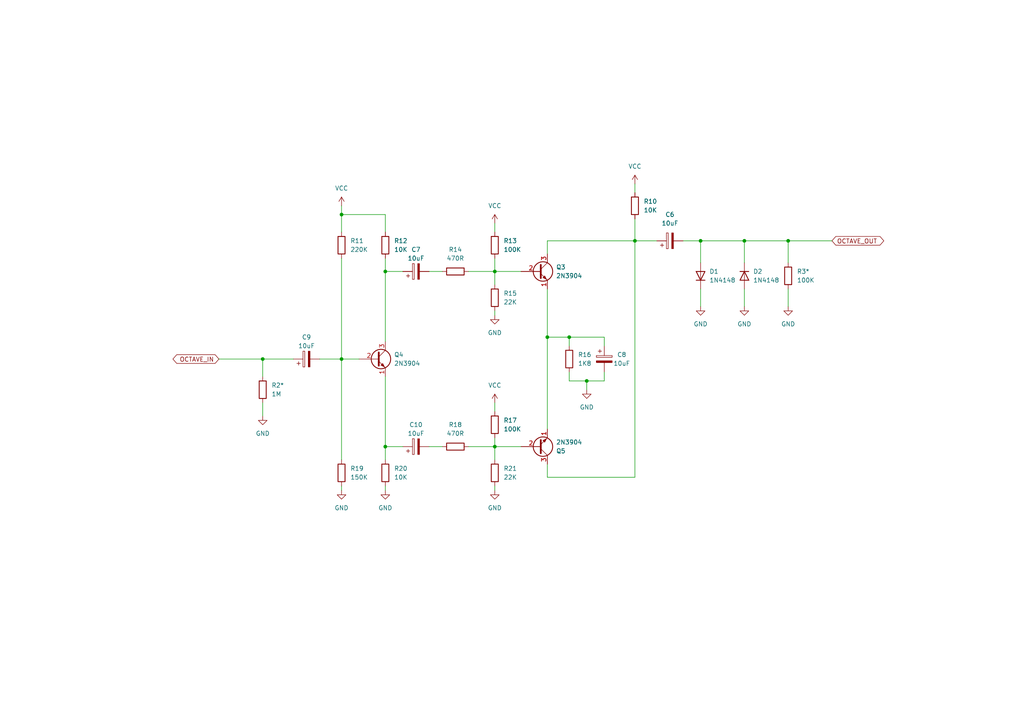
<source format=kicad_sch>
(kicad_sch (version 20231120) (generator "eeschema") (generator_version "8.0")
  (paper "A4")
  (lib_symbols
    (symbol "Device:C_Polarized" (pin_numbers hide) (pin_names (offset 0.254))
      (property "Reference" "C" (at 0.635 2.54 0))
      (property "Value" "C_Polarized" (at 0.635 -2.54 0))
      (symbol "C_Polarized_0_1"
        (rectangle (start -2.286 0.508) (end 2.286 1.016))
        (polyline (pts (xy -1.778 2.286) (xy -0.762 2.286)))
        (polyline (pts (xy -1.27 2.794) (xy -1.27 1.778)))
        (rectangle (start 2.286 -0.508) (end -2.286 -1.016) (fill (type outline)))
      )
      (symbol "C_Polarized_1_1"
        (pin passive line (at 0 3.81 270) (length 2.794) (name "~") (number "1"))
        (pin passive line (at 0 -3.81 90) (length 2.794) (name "~") (number "2"))
      )
    )
    (symbol "Device:R" (pin_numbers hide) (pin_names (offset 0))
      (property "Reference" "R" (at 2.032 0 90))
      (property "Value" "R" (at 0 0 90))
      (symbol "R_0_1"
        (rectangle (start -1.016 -2.54) (end 1.016 2.54) (stroke (width 0.254)))
      )
      (symbol "R_1_1"
        (pin passive line (at 0 3.81 270) (length 1.27) (name "~") (number "1"))
        (pin passive line (at 0 -3.81 90) (length 1.27) (name "~") (number "2"))
      )
    )
    (symbol "Diode:1N4148" (pin_numbers hide) (pin_names hide)
      (property "Reference" "D" (at 0 2.54 0))
      (property "Value" "1N4148" (at 0 -2.54 0))
      (symbol "1N4148_0_1"
        (polyline (pts (xy -1.27 1.27) (xy -1.27 -1.27)) (stroke (width 0.254)))
        (polyline (pts (xy 1.27 0) (xy -1.27 0)))
        (polyline (pts (xy 1.27 1.27) (xy 1.27 -1.27) (xy -1.27 0) (xy 1.27 1.27)) (stroke (width 0.254)))
      )
      (symbol "1N4148_1_1"
        (pin passive line (at -3.81 0 0) (length 2.54) (name "K") (number "1"))
        (pin passive line (at 3.81 0 180) (length 2.54) (name "A") (number "2"))
      )
    )
    (symbol "Transistor_BJT:2N3904" (pin_names (offset 0) hide)
      (property "Reference" "Q" (at 5.08 1.905 0))
      (property "Value" "2N3904" (at 5.08 0 0))
      (symbol "2N3904_0_1"
        (polyline (pts (xy 0.635 0.635) (xy 2.54 2.54)))
        (polyline (pts (xy 0.635 -0.635) (xy 2.54 -2.54) (xy 2.54 -2.54)))
        (polyline (pts (xy 0.635 1.905) (xy 0.635 -1.905) (xy 0.635 -1.905)) (stroke (width 0.508)))
        (polyline (pts (xy 1.27 -1.778) (xy 1.778 -1.27) (xy 2.286 -2.286) (xy 1.27 -1.778) (xy 1.27 -1.778)) (fill (type outline)))
        (circle (center 1.27 0) (radius 2.8194) (stroke (width 0.254)))
      )
      (symbol "2N3904_1_1"
        (pin passive line (at 2.54 -5.08 90) (length 2.54) (name "E") (number "1"))
        (pin passive line (at -5.08 0 0) (length 5.715) (name "B") (number "2"))
        (pin passive line (at 2.54 5.08 270) (length 2.54) (name "C") (number "3"))
      )
    )
    (symbol "power:GND" (power) (pin_names (offset 0))
      (property "Value" "GND" (at 0 -3.81 0))
      (symbol "GND_0_1"
        (polyline (pts (xy 0 0) (xy 0 -1.27) (xy 1.27 -1.27) (xy 0 -2.54) (xy -1.27 -1.27) (xy 0 -1.27)))
      )
      (symbol "GND_1_1"
        (pin power_in line (at 0 0 270) (length 0) hide (name "GND") (number "1"))
      )
    )
    (symbol "power:VCC" (power) (pin_names (offset 0))
      (property "Value" "VCC" (at 0 3.81 0))
      (symbol "VCC_0_1"
        (polyline (pts (xy -0.762 1.27) (xy 0 2.54)))
        (polyline (pts (xy 0 0) (xy 0 2.54)))
        (polyline (pts (xy 0 2.54) (xy 0.762 1.27)))
      )
      (symbol "VCC_1_1"
        (pin power_in line (at 0 0 90) (length 0) hide (name "VCC") (number "1"))
      )
    )
  )
  (junction (at 111.76 129.54))
  (junction (at 184.15 69.85))
  (junction (at 203.2 69.85))
  (junction (at 111.76 78.74))
  (junction (at 99.06 104.14))
  (junction (at 143.51 129.54))
  (junction (at 170.18 110.49))
  (junction (at 143.51 78.74))
  (junction (at 228.6 69.85))
  (junction (at 99.06 62.23))
  (junction (at 165.1 97.79))
  (junction (at 215.9 69.85))
  (junction (at 76.2 104.14))
  (junction (at 158.75 97.79))
  (wire (pts (xy 158.75 134.62) (xy 158.75 138.43)))
  (wire (pts (xy 170.18 110.49) (xy 170.18 113.03)))
  (wire (pts (xy 158.75 97.79) (xy 158.75 124.46)))
  (wire (pts (xy 143.51 78.74) (xy 143.51 82.55)))
  (wire (pts (xy 99.06 62.23) (xy 99.06 67.31)))
  (wire (pts (xy 165.1 100.33) (xy 165.1 97.79)))
  (wire (pts (xy 111.76 78.74) (xy 111.76 99.06)))
  (wire (pts (xy 111.76 129.54) (xy 116.84 129.54)))
  (wire (pts (xy 170.18 110.49) (xy 175.26 110.49)))
  (wire (pts (xy 99.06 104.14) (xy 104.14 104.14)))
  (wire (pts (xy 143.51 90.17) (xy 143.51 91.44)))
  (wire (pts (xy 184.15 69.85) (xy 184.15 138.43)))
  (wire (pts (xy 63.5 104.14) (xy 76.2 104.14)))
  (wire (pts (xy 111.76 129.54) (xy 111.76 133.35)))
  (wire (pts (xy 76.2 116.84) (xy 76.2 120.65)))
  (wire (pts (xy 184.15 53.34) (xy 184.15 55.88)))
  (wire (pts (xy 228.6 69.85) (xy 215.9 69.85)))
  (wire (pts (xy 203.2 83.82) (xy 203.2 88.9)))
  (wire (pts (xy 228.6 69.85) (xy 228.6 76.2)))
  (wire (pts (xy 143.51 78.74) (xy 143.51 74.93)))
  (wire (pts (xy 111.76 62.23) (xy 99.06 62.23)))
  (wire (pts (xy 99.06 59.69) (xy 99.06 62.23)))
  (wire (pts (xy 175.26 110.49) (xy 175.26 107.95)))
  (wire (pts (xy 111.76 140.97) (xy 111.76 142.24)))
  (wire (pts (xy 92.71 104.14) (xy 99.06 104.14)))
  (wire (pts (xy 143.51 140.97) (xy 143.51 142.24)))
  (wire (pts (xy 143.51 78.74) (xy 151.13 78.74)))
  (wire (pts (xy 241.3 69.85) (xy 228.6 69.85)))
  (wire (pts (xy 135.89 129.54) (xy 143.51 129.54)))
  (wire (pts (xy 158.75 69.85) (xy 158.75 73.66)))
  (wire (pts (xy 99.06 140.97) (xy 99.06 142.24)))
  (wire (pts (xy 184.15 69.85) (xy 190.5 69.85)))
  (wire (pts (xy 184.15 63.5) (xy 184.15 69.85)))
  (wire (pts (xy 99.06 74.93) (xy 99.06 104.14)))
  (wire (pts (xy 215.9 83.82) (xy 215.9 88.9)))
  (wire (pts (xy 158.75 83.82) (xy 158.75 97.79)))
  (wire (pts (xy 76.2 104.14) (xy 76.2 109.22)))
  (wire (pts (xy 228.6 83.82) (xy 228.6 88.9)))
  (wire (pts (xy 124.46 78.74) (xy 128.27 78.74)))
  (wire (pts (xy 111.76 78.74) (xy 116.84 78.74)))
  (wire (pts (xy 143.51 129.54) (xy 143.51 133.35)))
  (wire (pts (xy 135.89 78.74) (xy 143.51 78.74)))
  (wire (pts (xy 198.12 69.85) (xy 203.2 69.85)))
  (wire (pts (xy 111.76 67.31) (xy 111.76 62.23)))
  (wire (pts (xy 111.76 74.93) (xy 111.76 78.74)))
  (wire (pts (xy 143.51 116.84) (xy 143.51 119.38)))
  (wire (pts (xy 165.1 107.95) (xy 165.1 110.49)))
  (wire (pts (xy 175.26 100.33) (xy 175.26 97.79)))
  (wire (pts (xy 143.51 129.54) (xy 151.13 129.54)))
  (wire (pts (xy 143.51 64.77) (xy 143.51 67.31)))
  (wire (pts (xy 165.1 97.79) (xy 158.75 97.79)))
  (wire (pts (xy 76.2 104.14) (xy 85.09 104.14)))
  (wire (pts (xy 99.06 104.14) (xy 99.06 133.35)))
  (wire (pts (xy 158.75 138.43) (xy 184.15 138.43)))
  (wire (pts (xy 165.1 110.49) (xy 170.18 110.49)))
  (wire (pts (xy 111.76 109.22) (xy 111.76 129.54)))
  (wire (pts (xy 165.1 97.79) (xy 175.26 97.79)))
  (wire (pts (xy 143.51 129.54) (xy 143.51 127)))
  (wire (pts (xy 203.2 69.85) (xy 215.9 69.85)))
  (wire (pts (xy 124.46 129.54) (xy 128.27 129.54)))
  (wire (pts (xy 215.9 76.2) (xy 215.9 69.85)))
  (wire (pts (xy 184.15 69.85) (xy 158.75 69.85)))
  (wire (pts (xy 203.2 69.85) (xy 203.2 76.2)))
  (global_label "OCTAVE_OUT" (shape bidirectional) (at 241.3 69.85 0) (property "Intersheetrefs" "${INTERSHEET_REFS}" (effects (hide yes))))
  (global_label "OCTAVE_IN" (shape bidirectional) (at 63.5 104.14 180) (property "Intersheetrefs" "${INTERSHEET_REFS}" (effects (hide yes))))
  (symbol (lib_id "Device:R") (at 143.51 86.36 0) (unit 1)
    (property "Reference" "R15" (at 146.05 85.09 0) (effects (justify left)))
    (property "Value" "22K" (at 146.05 87.63 0) (effects (justify left)))
  )
  (symbol (lib_id "Transistor_BJT:2N3904") (at 109.22 104.14 0) (unit 1)
    (property "Reference" "Q4" (at 114.3 102.87 0) (effects (justify left)))
    (property "Value" "2N3904" (at 114.3 105.41 0) (effects (justify left)))
    (property "Footprint" "Package_TO_SOT_THT:TO-92_Inline" (effects (hide yes)))
    (property "Datasheet" "https://www.onsemi.com/pub/Collateral/2N3903-D.PDF" (effects (hide yes)))
  )
  (symbol (lib_id "Device:R") (at 184.15 59.69 0) (unit 1)
    (property "Reference" "R10" (at 186.69 58.42 0) (effects (justify left)))
    (property "Value" "10K" (at 186.69 60.96 0) (effects (justify left)))
  )
  (symbol (lib_id "Device:R") (at 132.08 78.74 270) (unit 1)
    (property "Reference" "R14" (at 132.08 72.39 90))
    (property "Value" "470R" (at 132.08 74.93 90))
  )
  (symbol (lib_id "Device:C_Polarized") (at 88.9 104.14 90) (unit 1)
    (property "Reference" "C9" (at 88.9 97.79 90))
    (property "Value" "10uF" (at 88.9 100.33 90))
  )
  (symbol (lib_id "Device:R") (at 143.51 137.16 0) (unit 1)
    (property "Reference" "R21" (at 146.05 135.89 0) (effects (justify left)))
    (property "Value" "22K" (at 146.05 138.43 0) (effects (justify left)))
  )
  (symbol (lib_id "power:GND") (at 99.06 142.24 0) (unit 1)
    (property "Reference" "#PWR015" (effects (hide yes)))
    (property "Value" "GND" (at 99.06 147.32 0))
  )
  (symbol (lib_id "power:GND") (at 143.51 91.44 0) (unit 1)
    (property "Reference" "#PWR012" (effects (hide yes)))
    (property "Value" "GND" (at 143.51 96.52 0))
  )
  (symbol (lib_id "Diode:1N4148") (at 215.9 80.01 270) (unit 1)
    (property "Reference" "D2" (at 218.44 78.74 90) (effects (justify left)))
    (property "Value" "1N4148" (at 218.44 81.28 90) (effects (justify left)))
    (property "Footprint" "Diode_THT:D_DO-35_SOD27_P7.62mm_Horizontal" (effects (hide yes)))
    (property "Datasheet" "https://assets.nexperia.com/documents/data-sheet/1N4148_1N4448.pdf" (effects (hide yes)))
    (property "Sim.Device" "D" (effects (hide yes)))
    (property "Sim.Pins" "1=K 2=A" (effects (hide yes)))
  )
  (symbol (lib_id "Device:R") (at 76.2 113.03 180) (unit 1)
    (property "Reference" "R2*" (at 78.74 111.76 0) (effects (justify right)))
    (property "Value" "1M" (at 78.74 114.3 0) (effects (justify right)))
  )
  (symbol (lib_id "Device:C_Polarized") (at 175.26 104.14 0) (unit 1)
    (property "Reference" "C8" (at 180.34 102.87 0))
    (property "Value" "10uF" (at 180.34 105.41 0))
  )
  (symbol (lib_id "Device:C_Polarized") (at 120.65 129.54 90) (unit 1)
    (property "Reference" "C10" (at 120.65 123.19 90))
    (property "Value" "10uF" (at 120.65 125.73 90))
  )
  (symbol (lib_id "power:GND") (at 111.76 142.24 0) (unit 1)
    (property "Reference" "#PWR016" (effects (hide yes)))
    (property "Value" "GND" (at 111.76 147.32 0))
  )
  (symbol (lib_id "power:VCC") (at 184.15 53.34 0) (unit 1)
    (property "Reference" "#PWR07" (effects (hide yes)))
    (property "Value" "VCC" (at 184.15 48.26 0))
  )
  (symbol (lib_id "Device:R") (at 132.08 129.54 270) (unit 1)
    (property "Reference" "R18" (at 132.08 123.19 90))
    (property "Value" "470R" (at 132.08 125.73 90))
  )
  (symbol (lib_id "power:VCC") (at 143.51 64.77 0) (unit 1)
    (property "Reference" "#PWR09" (effects (hide yes)))
    (property "Value" "VCC" (at 143.51 59.69 0))
  )
  (symbol (lib_id "Device:C_Polarized") (at 120.65 78.74 90) (unit 1)
    (property "Reference" "C7" (at 120.65 72.39 90))
    (property "Value" "10uF" (at 120.65 74.93 90))
  )
  (symbol (lib_id "Device:R") (at 99.06 71.12 180) (unit 1)
    (property "Reference" "R11" (at 101.6 69.85 0) (effects (justify right)))
    (property "Value" "220K" (at 101.6 72.39 0) (effects (justify right)))
  )
  (symbol (lib_id "power:GND") (at 76.2 120.65 0) (unit 1)
    (property "Reference" "#PWR034" (effects (hide yes)))
    (property "Value" "GND" (at 76.2 125.73 0))
  )
  (symbol (lib_id "Device:R") (at 143.51 123.19 0) (unit 1)
    (property "Reference" "R17" (at 146.05 121.92 0) (effects (justify left)))
    (property "Value" "100K" (at 146.05 124.46 0) (effects (justify left)))
  )
  (symbol (lib_id "power:GND") (at 203.2 88.9 0) (unit 1)
    (property "Reference" "#PWR010" (effects (hide yes)))
    (property "Value" "GND" (at 203.2 93.98 0))
  )
  (symbol (lib_id "Diode:1N4148") (at 203.2 80.01 90) (unit 1)
    (property "Reference" "D1" (at 205.74 78.74 90) (effects (justify right)))
    (property "Value" "1N4148" (at 205.74 81.28 90) (effects (justify right)))
    (property "Footprint" "Diode_THT:D_DO-35_SOD27_P7.62mm_Horizontal" (effects (hide yes)))
    (property "Datasheet" "https://assets.nexperia.com/documents/data-sheet/1N4148_1N4448.pdf" (effects (hide yes)))
    (property "Sim.Device" "D" (effects (hide yes)))
    (property "Sim.Pins" "1=K 2=A" (effects (hide yes)))
  )
  (symbol (lib_id "Transistor_BJT:2N3904") (at 156.21 78.74 0) (unit 1)
    (property "Reference" "Q3" (at 161.29 77.47 0) (effects (justify left)))
    (property "Value" "2N3904" (at 161.29 80.01 0) (effects (justify left)))
    (property "Footprint" "Package_TO_SOT_THT:TO-92_Inline" (effects (hide yes)))
    (property "Datasheet" "https://www.onsemi.com/pub/Collateral/2N3903-D.PDF" (effects (hide yes)))
  )
  (symbol (lib_id "power:VCC") (at 143.51 116.84 0) (unit 1)
    (property "Reference" "#PWR014" (effects (hide yes)))
    (property "Value" "VCC" (at 143.51 111.76 0))
  )
  (symbol (lib_id "Device:R") (at 228.6 80.01 180) (unit 1)
    (property "Reference" "R3*" (at 231.14 78.7399 0) (effects (justify right)))
    (property "Value" "100K" (at 231.14 81.2799 0) (effects (justify right)))
  )
  (symbol (lib_id "Device:R") (at 111.76 71.12 180) (unit 1)
    (property "Reference" "R12" (at 114.3 69.85 0) (effects (justify right)))
    (property "Value" "10K" (at 114.3 72.39 0) (effects (justify right)))
  )
  (symbol (lib_id "Device:C_Polarized") (at 194.31 69.85 90) (unit 1)
    (property "Reference" "C6" (at 194.31 62.23 90))
    (property "Value" "10uF" (at 194.31 64.77 90))
  )
  (symbol (lib_id "Device:R") (at 111.76 137.16 180) (unit 1)
    (property "Reference" "R20" (at 114.3 135.89 0) (effects (justify right)))
    (property "Value" "10K" (at 114.3 138.43 0) (effects (justify right)))
  )
  (symbol (lib_id "power:GND") (at 170.18 113.03 0) (unit 1)
    (property "Reference" "#PWR013" (effects (hide yes)))
    (property "Value" "GND" (at 170.18 118.11 0))
  )
  (symbol (lib_id "power:GND") (at 228.6 88.9 0) (unit 1)
    (property "Reference" "#PWR035" (effects (hide yes)))
    (property "Value" "GND" (at 228.6 93.98 0))
  )
  (symbol (lib_id "power:GND") (at 215.9 88.9 0) (unit 1)
    (property "Reference" "#PWR011" (effects (hide yes)))
    (property "Value" "GND" (at 215.9 93.98 0))
  )
  (symbol (lib_id "Device:R") (at 143.51 71.12 0) (unit 1)
    (property "Reference" "R13" (at 146.05 69.85 0) (effects (justify left)))
    (property "Value" "100K" (at 146.05 72.39 0) (effects (justify left)))
  )
  (symbol (lib_id "power:GND") (at 143.51 142.24 0) (unit 1)
    (property "Reference" "#PWR017" (effects (hide yes)))
    (property "Value" "GND" (at 143.51 147.32 0))
  )
  (symbol (lib_id "Device:R") (at 165.1 104.14 0) (unit 1)
    (property "Reference" "R16" (at 167.64 102.87 0) (effects (justify left)))
    (property "Value" "1K8" (at 167.64 105.41 0) (effects (justify left)))
  )
  (symbol (lib_id "Transistor_BJT:2N3904") (at 156.21 129.54 0) (mirror x) (unit 1)
    (property "Reference" "Q5" (at 161.29 130.81 0) (effects (justify left)))
    (property "Value" "2N3904" (at 161.29 128.27 0) (effects (justify left)))
    (property "Footprint" "Package_TO_SOT_THT:TO-92_Inline" (effects (hide yes)))
    (property "Datasheet" "https://www.onsemi.com/pub/Collateral/2N3903-D.PDF" (effects (hide yes)))
  )
  (symbol (lib_id "power:VCC") (at 99.06 59.69 0) (unit 1)
    (property "Reference" "#PWR08" (effects (hide yes)))
    (property "Value" "VCC" (at 99.06 54.61 0))
  )
  (symbol (lib_id "Device:R") (at 99.06 137.16 180) (unit 1)
    (property "Reference" "R19" (at 101.6 135.89 0) (effects (justify right)))
    (property "Value" "150K" (at 101.6 138.43 0) (effects (justify right)))
  )
)
</source>
